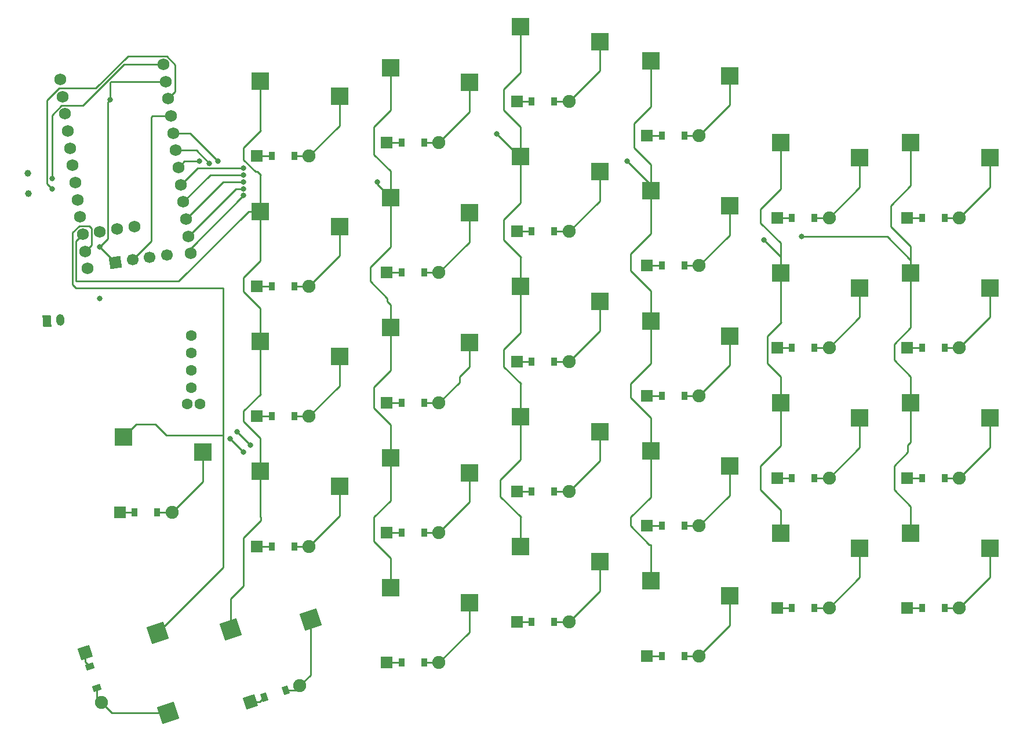
<source format=gbr>
%TF.GenerationSoftware,KiCad,Pcbnew,8.0.8*%
%TF.CreationDate,2025-02-23T20:19:19+00:00*%
%TF.ProjectId,right_final,72696768-745f-4666-996e-616c2e6b6963,v1.0.0*%
%TF.SameCoordinates,Original*%
%TF.FileFunction,Copper,L2,Bot*%
%TF.FilePolarity,Positive*%
%FSLAX46Y46*%
G04 Gerber Fmt 4.6, Leading zero omitted, Abs format (unit mm)*
G04 Created by KiCad (PCBNEW 8.0.8) date 2025-02-23 20:19:19*
%MOMM*%
%LPD*%
G01*
G04 APERTURE LIST*
G04 Aperture macros list*
%AMHorizOval*
0 Thick line with rounded ends*
0 $1 width*
0 $2 $3 position (X,Y) of the first rounded end (center of the circle)*
0 $4 $5 position (X,Y) of the second rounded end (center of the circle)*
0 Add line between two ends*
20,1,$1,$2,$3,$4,$5,0*
0 Add two circle primitives to create the rounded ends*
1,1,$1,$2,$3*
1,1,$1,$4,$5*%
%AMRotRect*
0 Rectangle, with rotation*
0 The origin of the aperture is its center*
0 $1 length*
0 $2 width*
0 $3 Rotation angle, in degrees counterclockwise*
0 Add horizontal line*
21,1,$1,$2,0,0,$3*%
G04 Aperture macros list end*
%TA.AperFunction,ComponentPad*%
%ADD10C,1.752600*%
%TD*%
%TA.AperFunction,ComponentPad*%
%ADD11HorizOval,1.700000X0.000000X0.000000X0.000000X0.000000X0*%
%TD*%
%TA.AperFunction,ComponentPad*%
%ADD12RotRect,1.700000X1.700000X188.300000*%
%TD*%
%TA.AperFunction,ComponentPad*%
%ADD13C,1.600000*%
%TD*%
%TA.AperFunction,SMDPad,CuDef*%
%ADD14R,0.900000X1.200000*%
%TD*%
%TA.AperFunction,ComponentPad*%
%ADD15R,1.778000X1.778000*%
%TD*%
%TA.AperFunction,ComponentPad*%
%ADD16C,1.905000*%
%TD*%
%TA.AperFunction,SMDPad,CuDef*%
%ADD17RotRect,0.900000X1.200000X288.000000*%
%TD*%
%TA.AperFunction,ComponentPad*%
%ADD18RotRect,1.778000X1.778000X288.000000*%
%TD*%
%TA.AperFunction,SMDPad,CuDef*%
%ADD19RotRect,0.900000X1.200000X18.000000*%
%TD*%
%TA.AperFunction,ComponentPad*%
%ADD20RotRect,1.778000X1.778000X18.000000*%
%TD*%
%TA.AperFunction,SMDPad,CuDef*%
%ADD21R,2.600000X2.600000*%
%TD*%
%TA.AperFunction,SMDPad,CuDef*%
%ADD22RotRect,2.600000X2.600000X18.000000*%
%TD*%
%TA.AperFunction,SMDPad,CuDef*%
%ADD23RotRect,2.600000X2.600000X288.000000*%
%TD*%
%TA.AperFunction,WasherPad*%
%ADD24C,1.000000*%
%TD*%
%TA.AperFunction,ComponentPad*%
%ADD25RotRect,1.200000X1.700000X4.000000*%
%TD*%
%TA.AperFunction,ComponentPad*%
%ADD26HorizOval,1.200000X-0.017439X0.249391X0.017439X-0.249391X0*%
%TD*%
%TA.AperFunction,ViaPad*%
%ADD27C,0.800000*%
%TD*%
%TA.AperFunction,Conductor*%
%ADD28C,0.250000*%
%TD*%
G04 APERTURE END LIST*
D10*
%TO.P,MCU1,1*%
%TO.N,P006*%
X142175468Y-104567865D03*
%TO.P,MCU1,2*%
%TO.N,P008*%
X142542133Y-107081260D03*
%TO.P,MCU1,3*%
%TO.N,GND*%
X142908798Y-109594656D03*
%TO.P,MCU1,4*%
X143275463Y-112108051D03*
%TO.P,MCU1,5*%
%TO.N,P017*%
X143642127Y-114621447D03*
%TO.P,MCU1,6*%
%TO.N,P020*%
X144008792Y-117134842D03*
%TO.P,MCU1,7*%
%TO.N,P022*%
X144375457Y-119648238D03*
%TO.P,MCU1,8*%
%TO.N,P024*%
X144742122Y-122161634D03*
%TO.P,MCU1,9*%
%TO.N,P100*%
X145108786Y-124675029D03*
%TO.P,MCU1,10*%
%TO.N,P011*%
X145475451Y-127188425D03*
%TO.P,MCU1,11*%
%TO.N,P104*%
X145842116Y-129701820D03*
%TO.P,MCU1,12*%
%TO.N,P106*%
X146208781Y-132215217D03*
%TO.P,MCU1,13*%
%TO.N,P009*%
X161289154Y-130015227D03*
%TO.P,MCU1,14*%
%TO.N,P010*%
X160922489Y-127501832D03*
%TO.P,MCU1,15*%
%TO.N,P111*%
X160555824Y-124988436D03*
%TO.P,MCU1,16*%
%TO.N,P113*%
X160189159Y-122475041D03*
%TO.P,MCU1,17*%
%TO.N,P115*%
X159822495Y-119961645D03*
%TO.P,MCU1,18*%
%TO.N,P002*%
X159455830Y-117448250D03*
%TO.P,MCU1,19*%
%TO.N,P029*%
X159089165Y-114934854D03*
%TO.P,MCU1,20*%
%TO.N,P031*%
X158722500Y-112421458D03*
%TO.P,MCU1,21*%
%TO.N,VCC*%
X158355836Y-109908063D03*
%TO.P,MCU1,22*%
%TO.N,RST*%
X157989171Y-107394667D03*
%TO.P,MCU1,23*%
%TO.N,GND*%
X157622506Y-104881272D03*
%TO.P,MCU1,24*%
%TO.N,RAW*%
X157255841Y-102367875D03*
%TO.P,MCU1,31*%
%TO.N,P101*%
X147988847Y-126821760D03*
%TO.P,MCU1,32*%
%TO.N,P102*%
X150502242Y-126455095D03*
%TO.P,MCU1,33*%
%TO.N,P107*%
X153015638Y-126088430D03*
%TD*%
D11*
%TO.P,OLED1,4*%
%TO.N,P024*%
X157806115Y-130189484D03*
%TO.P,OLED1,3*%
%TO.N,P100*%
X155292719Y-130556149D03*
%TO.P,OLED1,2*%
%TO.N,VCC*%
X152779324Y-130922813D03*
D12*
%TO.P,OLED1,1*%
%TO.N,GND*%
X150265928Y-131289478D03*
%TD*%
D13*
%TO.P,ENC1,S1*%
%TO.N,P002*%
X162582311Y-151991546D03*
%TO.P,ENC1,S2*%
%TO.N,S2*%
X160732311Y-151991546D03*
%TO.P,ENC1,A*%
%TO.N,P031*%
X161357311Y-149601546D03*
%TO.P,ENC1,B*%
%TO.N,P029*%
X161357311Y-147061546D03*
%TO.P,ENC1,C*%
%TO.N,GND*%
X161357311Y-144521546D03*
%TO.P,ENC1,D*%
%TO.N,D*%
X161357311Y-141981546D03*
%TD*%
D14*
%TO.P,D27,2*%
%TO.N,mirror_inner_num*%
X176382311Y-115791546D03*
%TO.P,D27,1*%
%TO.N,P006*%
X173082311Y-115791546D03*
D15*
X170922311Y-115791546D03*
D16*
%TO.P,D27,2*%
%TO.N,mirror_inner_num*%
X178542311Y-115791546D03*
%TD*%
D14*
%TO.P,D26,2*%
%TO.N,mirror_inner_top*%
X176382311Y-134791546D03*
%TO.P,D26,1*%
%TO.N,P008*%
X173082311Y-134791546D03*
D15*
X170922311Y-134791546D03*
D16*
%TO.P,D26,2*%
%TO.N,mirror_inner_top*%
X178542311Y-134791546D03*
%TD*%
D14*
%TO.P,D25,2*%
%TO.N,mirror_inner_home*%
X176382311Y-153791546D03*
%TO.P,D25,1*%
%TO.N,P017*%
X173082311Y-153791546D03*
D15*
X170922311Y-153791546D03*
D16*
%TO.P,D25,2*%
%TO.N,mirror_inner_home*%
X178542311Y-153791546D03*
%TD*%
D14*
%TO.P,D24,2*%
%TO.N,mirror_inner_bottom*%
X176382311Y-172791546D03*
%TO.P,D24,1*%
%TO.N,P020*%
X173082311Y-172791546D03*
D15*
X170922311Y-172791546D03*
D16*
%TO.P,D24,2*%
%TO.N,mirror_inner_bottom*%
X178542311Y-172791546D03*
%TD*%
D14*
%TO.P,D28,2*%
%TO.N,mirror_inner_mod_home*%
X156382311Y-167791546D03*
%TO.P,D28,1*%
%TO.N,P017*%
X153082311Y-167791546D03*
D15*
X150922311Y-167791546D03*
D16*
%TO.P,D28,2*%
%TO.N,mirror_inner_mod_home*%
X158542311Y-167791546D03*
%TD*%
D17*
%TO.P,D30,2*%
%TO.N,mirror_far_cluster*%
X147557560Y-193498828D03*
%TO.P,D30,1*%
%TO.N,P022*%
X146537804Y-190360342D03*
D18*
X145870327Y-188306060D03*
D16*
%TO.P,D30,2*%
%TO.N,mirror_far_cluster*%
X148225037Y-195553110D03*
%TD*%
D19*
%TO.P,D29,2*%
%TO.N,mirror_home_cluster*%
X175162488Y-193834884D03*
%TO.P,D29,1*%
%TO.N,P022*%
X172024002Y-194854640D03*
D20*
X169969720Y-195522117D03*
D16*
%TO.P,D29,2*%
%TO.N,mirror_home_cluster*%
X177216770Y-193167407D03*
%TD*%
D14*
%TO.P,D19,2*%
%TO.N,mirror_index_mod*%
X195382311Y-189791546D03*
%TO.P,D19,1*%
%TO.N,P022*%
X192082311Y-189791546D03*
D15*
X189922311Y-189791546D03*
D16*
%TO.P,D19,2*%
%TO.N,mirror_index_mod*%
X197542311Y-189791546D03*
%TD*%
D14*
%TO.P,D20,2*%
%TO.N,mirror_index_bottom*%
X195382311Y-170791546D03*
%TO.P,D20,1*%
%TO.N,P020*%
X192082311Y-170791546D03*
D15*
X189922311Y-170791546D03*
D16*
%TO.P,D20,2*%
%TO.N,mirror_index_bottom*%
X197542311Y-170791546D03*
%TD*%
D14*
%TO.P,D22,2*%
%TO.N,mirror_index_top*%
X195382311Y-132791546D03*
%TO.P,D22,1*%
%TO.N,P008*%
X192082311Y-132791546D03*
D15*
X189922311Y-132791546D03*
D16*
%TO.P,D22,2*%
%TO.N,mirror_index_top*%
X197542311Y-132791546D03*
%TD*%
D14*
%TO.P,D23,2*%
%TO.N,mirror_index_num*%
X195382311Y-113791546D03*
%TO.P,D23,1*%
%TO.N,P006*%
X192082311Y-113791546D03*
D15*
X189922311Y-113791546D03*
D16*
%TO.P,D23,2*%
%TO.N,mirror_index_num*%
X197542311Y-113791546D03*
%TD*%
D14*
%TO.P,D18,2*%
%TO.N,mirror_middle_num*%
X214382311Y-107791546D03*
%TO.P,D18,1*%
%TO.N,P006*%
X211082311Y-107791546D03*
D15*
X208922311Y-107791546D03*
D16*
%TO.P,D18,2*%
%TO.N,mirror_middle_num*%
X216542311Y-107791546D03*
%TD*%
D14*
%TO.P,D17,2*%
%TO.N,mirror_middle_top*%
X214382311Y-126791546D03*
%TO.P,D17,1*%
%TO.N,P008*%
X211082311Y-126791546D03*
D15*
X208922311Y-126791546D03*
D16*
%TO.P,D17,2*%
%TO.N,mirror_middle_top*%
X216542311Y-126791546D03*
%TD*%
D14*
%TO.P,D16,2*%
%TO.N,mirror_middle_home*%
X214382311Y-145791546D03*
%TO.P,D16,1*%
%TO.N,P017*%
X211082311Y-145791546D03*
D15*
X208922311Y-145791546D03*
D16*
%TO.P,D16,2*%
%TO.N,mirror_middle_home*%
X216542311Y-145791546D03*
%TD*%
D14*
%TO.P,D15,2*%
%TO.N,mirror_middle_bottom*%
X214382311Y-164791546D03*
%TO.P,D15,1*%
%TO.N,P020*%
X211082311Y-164791546D03*
D15*
X208922311Y-164791546D03*
D16*
%TO.P,D15,2*%
%TO.N,mirror_middle_bottom*%
X216542311Y-164791546D03*
%TD*%
D14*
%TO.P,D14,2*%
%TO.N,mirror_middle_mod*%
X214382311Y-183791546D03*
%TO.P,D14,1*%
%TO.N,P022*%
X211082311Y-183791546D03*
D15*
X208922311Y-183791546D03*
D16*
%TO.P,D14,2*%
%TO.N,mirror_middle_mod*%
X216542311Y-183791546D03*
%TD*%
D14*
%TO.P,D9,2*%
%TO.N,mirror_ring_mod*%
X233382311Y-188791546D03*
%TO.P,D9,1*%
%TO.N,P022*%
X230082311Y-188791546D03*
D15*
X227922311Y-188791546D03*
D16*
%TO.P,D9,2*%
%TO.N,mirror_ring_mod*%
X235542311Y-188791546D03*
%TD*%
D14*
%TO.P,D10,2*%
%TO.N,mirror_ring_bottom*%
X233382311Y-169791546D03*
%TO.P,D10,1*%
%TO.N,P020*%
X230082311Y-169791546D03*
D15*
X227922311Y-169791546D03*
D16*
%TO.P,D10,2*%
%TO.N,mirror_ring_bottom*%
X235542311Y-169791546D03*
%TD*%
D14*
%TO.P,D11,2*%
%TO.N,mirror_ring_home*%
X233382311Y-150791546D03*
%TO.P,D11,1*%
%TO.N,P017*%
X230082311Y-150791546D03*
D15*
X227922311Y-150791546D03*
D16*
%TO.P,D11,2*%
%TO.N,mirror_ring_home*%
X235542311Y-150791546D03*
%TD*%
D14*
%TO.P,D12,2*%
%TO.N,mirror_ring_top*%
X233382311Y-131791546D03*
%TO.P,D12,1*%
%TO.N,P008*%
X230082311Y-131791546D03*
D15*
X227922311Y-131791546D03*
D16*
%TO.P,D12,2*%
%TO.N,mirror_ring_top*%
X235542311Y-131791546D03*
%TD*%
D14*
%TO.P,D13,2*%
%TO.N,mirror_ring_num*%
X233382311Y-112791546D03*
%TO.P,D13,1*%
%TO.N,P006*%
X230082311Y-112791546D03*
D15*
X227922311Y-112791546D03*
D16*
%TO.P,D13,2*%
%TO.N,mirror_ring_num*%
X235542311Y-112791546D03*
%TD*%
D14*
%TO.P,D8,2*%
%TO.N,mirror_pinky_num*%
X252382311Y-124791546D03*
%TO.P,D8,1*%
%TO.N,P006*%
X249082311Y-124791546D03*
D15*
X246922311Y-124791546D03*
D16*
%TO.P,D8,2*%
%TO.N,mirror_pinky_num*%
X254542311Y-124791546D03*
%TD*%
D14*
%TO.P,D7,2*%
%TO.N,mirror_pinky_top*%
X252382311Y-143791546D03*
%TO.P,D7,1*%
%TO.N,P008*%
X249082311Y-143791546D03*
D15*
X246922311Y-143791546D03*
D16*
%TO.P,D7,2*%
%TO.N,mirror_pinky_top*%
X254542311Y-143791546D03*
%TD*%
D14*
%TO.P,D6,2*%
%TO.N,mirror_pinky_home*%
X252382311Y-162791546D03*
%TO.P,D6,1*%
%TO.N,P017*%
X249082311Y-162791546D03*
D15*
X246922311Y-162791546D03*
D16*
%TO.P,D6,2*%
%TO.N,mirror_pinky_home*%
X254542311Y-162791546D03*
%TD*%
D14*
%TO.P,D5,2*%
%TO.N,mirror_pinky_bottom*%
X252382311Y-181791546D03*
%TO.P,D5,1*%
%TO.N,P020*%
X249082311Y-181791546D03*
D15*
X246922311Y-181791546D03*
D16*
%TO.P,D5,2*%
%TO.N,mirror_pinky_bottom*%
X254542311Y-181791546D03*
%TD*%
D14*
%TO.P,D1,2*%
%TO.N,mirror_outer_bottom*%
X271382311Y-181791546D03*
%TO.P,D1,1*%
%TO.N,P020*%
X268082311Y-181791546D03*
D15*
X265922311Y-181791546D03*
D16*
%TO.P,D1,2*%
%TO.N,mirror_outer_bottom*%
X273542311Y-181791546D03*
%TD*%
D14*
%TO.P,D2,2*%
%TO.N,mirror_outer_home*%
X271382311Y-162791546D03*
%TO.P,D2,1*%
%TO.N,P017*%
X268082311Y-162791546D03*
D15*
X265922311Y-162791546D03*
D16*
%TO.P,D2,2*%
%TO.N,mirror_outer_home*%
X273542311Y-162791546D03*
%TD*%
D14*
%TO.P,D3,2*%
%TO.N,mirror_outer_top*%
X271382311Y-143791546D03*
%TO.P,D3,1*%
%TO.N,P008*%
X268082311Y-143791546D03*
D15*
X265922311Y-143791546D03*
D16*
%TO.P,D3,2*%
%TO.N,mirror_outer_top*%
X273542311Y-143791546D03*
%TD*%
D14*
%TO.P,D4,2*%
%TO.N,mirror_outer_num*%
X271382311Y-124791546D03*
%TO.P,D4,1*%
%TO.N,P006*%
X268082311Y-124791546D03*
D15*
X265922311Y-124791546D03*
D16*
%TO.P,D4,2*%
%TO.N,mirror_outer_num*%
X273542311Y-124791546D03*
%TD*%
D14*
%TO.P,D21,2*%
%TO.N,mirror_index_home*%
X195382311Y-151791546D03*
%TO.P,D21,1*%
%TO.N,P017*%
X192082311Y-151791546D03*
D15*
X189922311Y-151791546D03*
D16*
%TO.P,D21,2*%
%TO.N,mirror_index_home*%
X197542311Y-151791546D03*
%TD*%
D21*
%TO.P,S1,1*%
%TO.N,P115*%
X266457311Y-170841546D03*
%TO.P,S1,2*%
%TO.N,mirror_outer_bottom*%
X278007311Y-173041546D03*
%TD*%
%TO.P,S2,1*%
%TO.N,P115*%
X266457311Y-151841546D03*
%TO.P,S2,2*%
%TO.N,mirror_outer_home*%
X278007311Y-154041546D03*
%TD*%
%TO.P,S3,1*%
%TO.N,P115*%
X266457311Y-132841546D03*
%TO.P,S3,2*%
%TO.N,mirror_outer_top*%
X278007311Y-135041546D03*
%TD*%
%TO.P,S4,1*%
%TO.N,P115*%
X266457311Y-113841546D03*
%TO.P,S4,2*%
%TO.N,mirror_outer_num*%
X278007311Y-116041546D03*
%TD*%
%TO.P,S5,1*%
%TO.N,P113*%
X247457311Y-170841546D03*
%TO.P,S5,2*%
%TO.N,mirror_pinky_bottom*%
X259007311Y-173041546D03*
%TD*%
%TO.P,S6,1*%
%TO.N,P113*%
X247457311Y-151841546D03*
%TO.P,S6,2*%
%TO.N,mirror_pinky_home*%
X259007311Y-154041546D03*
%TD*%
%TO.P,S7,1*%
%TO.N,P113*%
X247457311Y-132841546D03*
%TO.P,S7,2*%
%TO.N,mirror_pinky_top*%
X259007311Y-135041546D03*
%TD*%
%TO.P,S8,1*%
%TO.N,P113*%
X247457311Y-113841546D03*
%TO.P,S8,2*%
%TO.N,mirror_pinky_num*%
X259007311Y-116041546D03*
%TD*%
%TO.P,S9,1*%
%TO.N,P111*%
X228457311Y-177841546D03*
%TO.P,S9,2*%
%TO.N,mirror_ring_mod*%
X240007311Y-180041546D03*
%TD*%
%TO.P,S10,1*%
%TO.N,P111*%
X228457311Y-158841546D03*
%TO.P,S10,2*%
%TO.N,mirror_ring_bottom*%
X240007311Y-161041546D03*
%TD*%
%TO.P,S11,1*%
%TO.N,P111*%
X228457311Y-139841546D03*
%TO.P,S11,2*%
%TO.N,mirror_ring_home*%
X240007311Y-142041546D03*
%TD*%
%TO.P,S12,1*%
%TO.N,P111*%
X228457311Y-120841546D03*
%TO.P,S12,2*%
%TO.N,mirror_ring_top*%
X240007311Y-123041546D03*
%TD*%
%TO.P,S13,1*%
%TO.N,P111*%
X228457311Y-101841546D03*
%TO.P,S13,2*%
%TO.N,mirror_ring_num*%
X240007311Y-104041546D03*
%TD*%
%TO.P,S14,1*%
%TO.N,P010*%
X209457311Y-172841546D03*
%TO.P,S14,2*%
%TO.N,mirror_middle_mod*%
X221007311Y-175041546D03*
%TD*%
%TO.P,S15,1*%
%TO.N,P010*%
X209457311Y-153841546D03*
%TO.P,S15,2*%
%TO.N,mirror_middle_bottom*%
X221007311Y-156041546D03*
%TD*%
%TO.P,S16,1*%
%TO.N,P010*%
X209457311Y-134841546D03*
%TO.P,S16,2*%
%TO.N,mirror_middle_home*%
X221007311Y-137041546D03*
%TD*%
%TO.P,S17,1*%
%TO.N,P010*%
X209457311Y-115841546D03*
%TO.P,S17,2*%
%TO.N,mirror_middle_top*%
X221007311Y-118041546D03*
%TD*%
%TO.P,S18,1*%
%TO.N,P010*%
X209457311Y-96841546D03*
%TO.P,S18,2*%
%TO.N,mirror_middle_num*%
X221007311Y-99041546D03*
%TD*%
%TO.P,S19,1*%
%TO.N,P009*%
X190457311Y-178841546D03*
%TO.P,S19,2*%
%TO.N,mirror_index_mod*%
X202007311Y-181041546D03*
%TD*%
%TO.P,S20,1*%
%TO.N,P009*%
X190457311Y-159841546D03*
%TO.P,S20,2*%
%TO.N,mirror_index_bottom*%
X202007311Y-162041546D03*
%TD*%
%TO.P,S21,1*%
%TO.N,P009*%
X190457311Y-140841546D03*
%TO.P,S21,2*%
%TO.N,mirror_index_home*%
X202007311Y-143041546D03*
%TD*%
%TO.P,S22,1*%
%TO.N,P009*%
X190457311Y-121841546D03*
%TO.P,S22,2*%
%TO.N,mirror_index_top*%
X202007311Y-124041546D03*
%TD*%
%TO.P,S23,1*%
%TO.N,P009*%
X190457311Y-102841546D03*
%TO.P,S23,2*%
%TO.N,mirror_index_num*%
X202007311Y-105041546D03*
%TD*%
%TO.P,S24,1*%
%TO.N,P011*%
X171457311Y-161841546D03*
%TO.P,S24,2*%
%TO.N,mirror_inner_bottom*%
X183007311Y-164041546D03*
%TD*%
%TO.P,S25,1*%
%TO.N,P011*%
X171457311Y-142841546D03*
%TO.P,S25,2*%
%TO.N,mirror_inner_home*%
X183007311Y-145041546D03*
%TD*%
%TO.P,S26,1*%
%TO.N,P011*%
X171457311Y-123841546D03*
%TO.P,S26,2*%
%TO.N,mirror_inner_top*%
X183007311Y-126041546D03*
%TD*%
%TO.P,S27,1*%
%TO.N,P011*%
X171457311Y-104841546D03*
%TO.P,S27,2*%
%TO.N,mirror_inner_num*%
X183007311Y-107041546D03*
%TD*%
%TO.P,S28,1*%
%TO.N,P104*%
X151457311Y-156841546D03*
%TO.P,S28,2*%
%TO.N,mirror_inner_mod_home*%
X163007311Y-159041546D03*
%TD*%
D22*
%TO.P,S29,1*%
%TO.N,P011*%
X167094799Y-184942723D03*
%TO.P,S29,2*%
%TO.N,mirror_home_cluster*%
X178759339Y-183465901D03*
%TD*%
D23*
%TO.P,S30,1*%
%TO.N,P104*%
X156449721Y-185431138D03*
%TO.P,S30,2*%
%TO.N,mirror_far_cluster*%
X157926543Y-197095678D03*
%TD*%
D24*
%TO.P,T1,*%
%TO.N,*%
X137466882Y-118292974D03*
X137597740Y-121290118D03*
%TD*%
D25*
%TO.P,JST1,1*%
%TO.N,pos*%
X140234747Y-139861302D03*
D26*
%TO.P,JST1,2*%
%TO.N,GND*%
X142229875Y-139721790D03*
%TD*%
D27*
%TO.N,RST*%
X141007311Y-120541546D03*
%TO.N,RAW*%
X141007311Y-119041546D03*
%TO.N,P002*%
X162507311Y-116541546D03*
%TO.N,P029*%
X164007311Y-116816546D03*
%TO.N,P031*%
X165282311Y-116541546D03*
%TO.N,GND*%
X148007311Y-136541546D03*
X148007311Y-129041546D03*
X149507311Y-107541546D03*
%TO.N,P022*%
X167007311Y-157041546D03*
X169007311Y-159041546D03*
%TO.N,P020*%
X170007311Y-158041546D03*
X168007311Y-156041546D03*
%TO.N,P115*%
X169007311Y-117541546D03*
%TO.N,P113*%
X169007311Y-118541546D03*
%TO.N,P111*%
X169007311Y-119541546D03*
%TO.N,P010*%
X169007311Y-120541546D03*
%TO.N,P009*%
X169007311Y-121541546D03*
X188507311Y-119541546D03*
%TO.N,P010*%
X206007311Y-112541546D03*
%TO.N,P111*%
X225007311Y-116541546D03*
%TO.N,P113*%
X245007311Y-128041546D03*
%TO.N,P115*%
X250507311Y-127541546D03*
%TD*%
D28*
%TO.N,RST*%
X159007311Y-106376527D02*
X157989171Y-107394667D01*
X159007311Y-102420451D02*
X159007311Y-106376527D01*
X157753436Y-101166576D02*
X159007311Y-102420451D01*
X142044538Y-105879960D02*
X147396105Y-105879960D01*
X140282311Y-107642187D02*
X142044538Y-105879960D01*
X140282311Y-119816546D02*
X140282311Y-107642187D01*
X141007311Y-120541546D02*
X140282311Y-119816546D01*
X147396105Y-105879960D02*
X152109489Y-101166576D01*
X152109489Y-101166576D02*
X157753436Y-101166576D01*
%TO.N,RAW*%
X151544585Y-102367876D02*
X157255841Y-102367876D01*
X145519105Y-108393356D02*
X151544585Y-102367876D01*
X141007311Y-109797248D02*
X142411203Y-108393356D01*
X141007311Y-119041546D02*
X141007311Y-109797248D01*
X142411203Y-108393356D02*
X145519105Y-108393356D01*
%TO.N,P002*%
X160362534Y-116541546D02*
X159455830Y-117448250D01*
X162507311Y-116541546D02*
X160362534Y-116541546D01*
%TO.N,P029*%
X162125619Y-114934854D02*
X159089165Y-114934854D01*
X164007311Y-116816546D02*
X162125619Y-114934854D01*
%TO.N,P031*%
X161162223Y-112421458D02*
X158722500Y-112421458D01*
X165282311Y-116541546D02*
X161162223Y-112421458D01*
%TO.N,GND*%
X150255243Y-131289478D02*
X148007311Y-129041546D01*
X150265928Y-131289478D02*
X150255243Y-131289478D01*
%TO.N,VCC*%
X155507311Y-110041546D02*
X155640794Y-109908063D01*
X155507311Y-128194826D02*
X155507311Y-110041546D01*
X155640794Y-109908063D02*
X158355836Y-109908063D01*
X152779324Y-130922813D02*
X155507311Y-128194826D01*
%TO.N,GND*%
X149190147Y-127858710D02*
X148007311Y-129041546D01*
X149190147Y-107858710D02*
X149190147Y-127858710D01*
X149507311Y-107541546D02*
X149190147Y-107858710D01*
%TO.N,P104*%
X146787547Y-128756389D02*
X145842116Y-129701820D01*
X146787547Y-126321782D02*
X146787547Y-128756389D01*
X146452890Y-125987125D02*
X146787547Y-126321782D01*
X144007311Y-126957670D02*
X144977856Y-125987125D01*
X144007311Y-134541546D02*
X144007311Y-126957670D01*
X144507311Y-135041546D02*
X144007311Y-134541546D01*
X166007311Y-135041546D02*
X144507311Y-135041546D01*
X144977856Y-125987125D02*
X146452890Y-125987125D01*
X166007311Y-156541546D02*
X166007311Y-135041546D01*
%TO.N,GND*%
X149667585Y-104881272D02*
X157622506Y-104881272D01*
X149507311Y-105041546D02*
X149667585Y-104881272D01*
X149507311Y-107541546D02*
X149507311Y-105041546D01*
%TO.N,P022*%
X169007311Y-159041546D02*
X167007311Y-157041546D01*
%TO.N,P020*%
X170007311Y-158041546D02*
X168007311Y-156041546D01*
%TO.N,P011*%
X144507311Y-128156565D02*
X145475451Y-127188425D01*
X144507311Y-134041546D02*
X144507311Y-128156565D01*
X171457311Y-123841546D02*
X169707311Y-123841546D01*
X169707311Y-123841546D02*
X159507311Y-134041546D01*
X159507311Y-134041546D02*
X144507311Y-134041546D01*
%TO.N,P009*%
X169007311Y-121541546D02*
X161289154Y-129259703D01*
X161289154Y-129259703D02*
X161289154Y-130015227D01*
%TO.N,P010*%
X167882775Y-120541546D02*
X160922489Y-127501832D01*
X169007311Y-120541546D02*
X167882775Y-120541546D01*
%TO.N,P111*%
X166002714Y-119541546D02*
X160555824Y-124988436D01*
X169007311Y-119541546D02*
X166002714Y-119541546D01*
%TO.N,P113*%
X164122654Y-118541546D02*
X160189159Y-122475041D01*
X169007311Y-118541546D02*
X164122654Y-118541546D01*
%TO.N,P115*%
X162242594Y-117541546D02*
X159822495Y-119961645D01*
X169007311Y-117541546D02*
X162242594Y-117541546D01*
%TO.N,P009*%
X188507311Y-119891546D02*
X188507311Y-119541546D01*
X190457311Y-121841546D02*
X188507311Y-119891546D01*
%TO.N,P010*%
X209307311Y-115841546D02*
X206007311Y-112541546D01*
X209457311Y-115841546D02*
X209307311Y-115841546D01*
%TO.N,P111*%
X228457311Y-119991546D02*
X225007311Y-116541546D01*
X228457311Y-120841546D02*
X228457311Y-119991546D01*
%TO.N,P113*%
X247457311Y-130491546D02*
X245007311Y-128041546D01*
X247457311Y-132841546D02*
X247457311Y-130491546D01*
%TO.N,P115*%
X263007311Y-127541546D02*
X250507311Y-127541546D01*
X266457311Y-130991546D02*
X263007311Y-127541546D01*
X266457311Y-132841546D02*
X266457311Y-130991546D01*
%TO.N,mirror_inner_mod_home*%
X163007311Y-163326546D02*
X158542311Y-167791546D01*
X163007311Y-159041546D02*
X163007311Y-163326546D01*
%TO.N,P104*%
X153332311Y-154966546D02*
X151457311Y-156841546D01*
X156108961Y-154966546D02*
X153332311Y-154966546D01*
X157683961Y-156541546D02*
X156108961Y-154966546D01*
X166007311Y-156541546D02*
X157683961Y-156541546D01*
X166007311Y-175873548D02*
X166007311Y-156541546D01*
X156449721Y-185431138D02*
X166007311Y-175873548D01*
%TO.N,mirror_inner_num*%
X183007311Y-111326546D02*
X178542311Y-115791546D01*
X183007311Y-107041546D02*
X183007311Y-111326546D01*
%TO.N,P011*%
X171457311Y-111991546D02*
X171457311Y-104841546D01*
X171507311Y-112041546D02*
X171457311Y-111991546D01*
X169007311Y-114541546D02*
X171507311Y-112041546D01*
X169007311Y-116304546D02*
X169007311Y-114541546D01*
X170744311Y-118041546D02*
X169007311Y-116304546D01*
X171007311Y-118041546D02*
X170744311Y-118041546D01*
X171507311Y-118541546D02*
X171007311Y-118041546D01*
X171457311Y-118591546D02*
X171507311Y-118541546D01*
X171457311Y-123841546D02*
X171457311Y-118591546D01*
X169007311Y-135541546D02*
X169007311Y-133541546D01*
X169007311Y-133541546D02*
X171457311Y-131091546D01*
X171457311Y-137991546D02*
X169007311Y-135541546D01*
X171457311Y-142841546D02*
X171457311Y-137991546D01*
X171457311Y-131091546D02*
X171457311Y-123841546D01*
%TO.N,mirror_inner_top*%
X183007311Y-130326546D02*
X178542311Y-134791546D01*
X183007311Y-126041546D02*
X183007311Y-130326546D01*
%TO.N,P011*%
X171457311Y-150491546D02*
X171457311Y-142841546D01*
X171507311Y-150541546D02*
X171457311Y-150491546D01*
X169007311Y-154541546D02*
X169007311Y-153041546D01*
X169007311Y-153041546D02*
X171507311Y-150541546D01*
X171457311Y-156991546D02*
X169007311Y-154541546D01*
X171457311Y-161841546D02*
X171457311Y-156991546D01*
%TO.N,mirror_inner_home*%
X183007311Y-149326546D02*
X178542311Y-153791546D01*
X183007311Y-145041546D02*
X183007311Y-149326546D01*
%TO.N,mirror_inner_bottom*%
X183007311Y-168326546D02*
X178542311Y-172791546D01*
X183007311Y-164041546D02*
X183007311Y-168326546D01*
%TO.N,P011*%
X171457311Y-168491546D02*
X171457311Y-161841546D01*
X171507311Y-168541546D02*
X171457311Y-168491546D01*
X171507311Y-169041546D02*
X171507311Y-168541546D01*
X169007311Y-171541546D02*
X171507311Y-169041546D01*
X169007311Y-178541546D02*
X169007311Y-171541546D01*
X167094799Y-180454058D02*
X169007311Y-178541546D01*
X167094799Y-184942723D02*
X167094799Y-180454058D01*
%TO.N,mirror_far_cluster*%
X149767605Y-197095678D02*
X148225037Y-195553110D01*
X157926543Y-197095678D02*
X149767605Y-197095678D01*
%TO.N,mirror_home_cluster*%
X178759339Y-191624838D02*
X177216770Y-193167407D01*
X178759339Y-183465901D02*
X178759339Y-191624838D01*
%TO.N,mirror_index_mod*%
X202007311Y-185326546D02*
X197542311Y-189791546D01*
X202007311Y-181041546D02*
X202007311Y-185326546D01*
%TO.N,P009*%
X190457311Y-166091546D02*
X190457311Y-159841546D01*
X188007311Y-168541546D02*
X190457311Y-166091546D01*
X190457311Y-174491546D02*
X188007311Y-172041546D01*
X188007311Y-172041546D02*
X188007311Y-168541546D01*
X190457311Y-178841546D02*
X190457311Y-174491546D01*
%TO.N,mirror_index_bottom*%
X202007311Y-166326546D02*
X197542311Y-170791546D01*
X202007311Y-162041546D02*
X202007311Y-166326546D01*
%TO.N,P009*%
X190457311Y-146491546D02*
X190457311Y-140841546D01*
X190507311Y-147041546D02*
X190507311Y-146541546D01*
X190507311Y-146541546D02*
X190457311Y-146491546D01*
X188007311Y-149541546D02*
X190507311Y-147041546D01*
X190507311Y-155041546D02*
X188007311Y-152541546D01*
X188007311Y-152541546D02*
X188007311Y-149541546D01*
X190457311Y-155091546D02*
X190507311Y-155041546D01*
X190457311Y-159841546D02*
X190457311Y-155091546D01*
%TO.N,mirror_index_home*%
X200507311Y-148826546D02*
X197542311Y-151791546D01*
X200507311Y-148041546D02*
X200507311Y-148826546D01*
X202007311Y-146541546D02*
X200507311Y-148041546D01*
X202007311Y-143041546D02*
X202007311Y-146541546D01*
%TO.N,P009*%
X190457311Y-137491546D02*
X190457311Y-140841546D01*
X190007311Y-137041546D02*
X190457311Y-137491546D01*
X190007311Y-136541546D02*
X190007311Y-137041546D01*
X187507311Y-132041546D02*
X187507311Y-134041546D01*
X187507311Y-134041546D02*
X190007311Y-136541546D01*
X190507311Y-129041546D02*
X187507311Y-132041546D01*
X190507311Y-127350230D02*
X190507311Y-129041546D01*
X190457311Y-127300230D02*
X190507311Y-127350230D01*
X190457311Y-121841546D02*
X190457311Y-127300230D01*
%TO.N,mirror_index_top*%
X202007311Y-128326546D02*
X197542311Y-132791546D01*
X202007311Y-124041546D02*
X202007311Y-128326546D01*
%TO.N,P009*%
X188007311Y-115541546D02*
X190457311Y-117991546D01*
X188007311Y-111541546D02*
X188007311Y-115541546D01*
X190457311Y-117991546D02*
X190457311Y-121841546D01*
X190457311Y-109091546D02*
X188007311Y-111541546D01*
X190457311Y-102841546D02*
X190457311Y-109091546D01*
%TO.N,mirror_index_num*%
X202007311Y-109326546D02*
X197542311Y-113791546D01*
X202007311Y-105041546D02*
X202007311Y-109326546D01*
%TO.N,P010*%
X207007311Y-109041546D02*
X207007311Y-106041546D01*
X209457311Y-111491546D02*
X207007311Y-109041546D01*
X209457311Y-103591546D02*
X209457311Y-96841546D01*
X209457311Y-115841546D02*
X209457311Y-111491546D01*
X207007311Y-106041546D02*
X209457311Y-103591546D01*
%TO.N,mirror_middle_num*%
X221007311Y-103326546D02*
X216542311Y-107791546D01*
X221007311Y-99041546D02*
X221007311Y-103326546D01*
%TO.N,P010*%
X207007311Y-125041546D02*
X209457311Y-122591546D01*
X207007311Y-128041546D02*
X207007311Y-125041546D01*
X209457311Y-130591546D02*
X209507311Y-130541546D01*
X209457311Y-134841546D02*
X209457311Y-130591546D01*
X209507311Y-130541546D02*
X207007311Y-128041546D01*
X209457311Y-122591546D02*
X209457311Y-115841546D01*
%TO.N,mirror_middle_top*%
X221007311Y-118041546D02*
X221007311Y-122326546D01*
X221007311Y-122326546D02*
X216542311Y-126791546D01*
%TO.N,P010*%
X207007311Y-144041546D02*
X209457311Y-141591546D01*
X207007311Y-146541546D02*
X207007311Y-144041546D01*
X209507311Y-149041546D02*
X207007311Y-146541546D01*
X209457311Y-149091546D02*
X209507311Y-149041546D01*
X209457311Y-141591546D02*
X209457311Y-134841546D01*
X209457311Y-153841546D02*
X209457311Y-149091546D01*
%TO.N,mirror_middle_home*%
X221007311Y-141326546D02*
X216542311Y-145791546D01*
X221007311Y-137041546D02*
X221007311Y-141326546D01*
%TO.N,mirror_middle_bottom*%
X221007311Y-156041546D02*
X221007311Y-160326546D01*
X221007311Y-160326546D02*
X216542311Y-164791546D01*
%TO.N,P010*%
X209457311Y-160091546D02*
X209457311Y-153841546D01*
X206507311Y-163041546D02*
X209457311Y-160091546D01*
X206507311Y-165541546D02*
X206507311Y-163041546D01*
X209507311Y-168541546D02*
X206507311Y-165541546D01*
X209457311Y-168591546D02*
X209507311Y-168541546D01*
X209457311Y-172841546D02*
X209457311Y-168591546D01*
%TO.N,mirror_middle_mod*%
X221007311Y-179326546D02*
X216542311Y-183791546D01*
X221007311Y-175041546D02*
X221007311Y-179326546D01*
%TO.N,mirror_ring_mod*%
X240007311Y-184326546D02*
X235542311Y-188791546D01*
X240007311Y-180041546D02*
X240007311Y-184326546D01*
%TO.N,P111*%
X228457311Y-165591546D02*
X228457311Y-158841546D01*
X225507311Y-168541546D02*
X228457311Y-165591546D01*
X228244311Y-172541546D02*
X225507311Y-169804546D01*
X225507311Y-169804546D02*
X225507311Y-168541546D01*
X228507311Y-172541546D02*
X228244311Y-172541546D01*
X228457311Y-177841546D02*
X228457311Y-172591546D01*
X228457311Y-172591546D02*
X228507311Y-172541546D01*
%TO.N,mirror_ring_bottom*%
X240007311Y-161041546D02*
X240007311Y-165326546D01*
X240007311Y-165326546D02*
X235542311Y-169791546D01*
%TO.N,P111*%
X228507311Y-146041546D02*
X228457311Y-145991546D01*
X228457311Y-145991546D02*
X228457311Y-139841546D01*
X225507311Y-149041546D02*
X228507311Y-146041546D01*
X228507311Y-154041546D02*
X225507311Y-151041546D01*
X228457311Y-154091546D02*
X228507311Y-154041546D01*
X225507311Y-151041546D02*
X225507311Y-149041546D01*
X228457311Y-158841546D02*
X228457311Y-154091546D01*
%TO.N,mirror_ring_home*%
X240007311Y-146326546D02*
X235542311Y-150791546D01*
X240007311Y-142041546D02*
X240007311Y-146326546D01*
%TO.N,P111*%
X228457311Y-127091546D02*
X228457311Y-120841546D01*
X225507311Y-130041546D02*
X228457311Y-127091546D01*
X225507311Y-132541546D02*
X225507311Y-130041546D01*
X228457311Y-135491546D02*
X225507311Y-132541546D01*
X228457311Y-139841546D02*
X228457311Y-135491546D01*
%TO.N,mirror_ring_top*%
X240007311Y-123041546D02*
X240007311Y-127326546D01*
X240007311Y-127326546D02*
X235542311Y-131791546D01*
%TO.N,P111*%
X228457311Y-117091546D02*
X228457311Y-120841546D01*
X226007311Y-114541546D02*
X228507311Y-117041546D01*
X228457311Y-108591546D02*
X226007311Y-111041546D01*
X228507311Y-117041546D02*
X228457311Y-117091546D01*
X226007311Y-111041546D02*
X226007311Y-114541546D01*
X228457311Y-101841546D02*
X228457311Y-108591546D01*
%TO.N,mirror_ring_num*%
X240007311Y-108326546D02*
X235542311Y-112791546D01*
X240007311Y-104041546D02*
X240007311Y-108326546D01*
%TO.N,P006*%
X230082311Y-112791546D02*
X227922311Y-112791546D01*
%TO.N,mirror_ring_num*%
X235542311Y-112791546D02*
X233382311Y-112791546D01*
%TO.N,P008*%
X230082311Y-131791546D02*
X227922311Y-131791546D01*
%TO.N,mirror_ring_top*%
X235542311Y-131791546D02*
X233382311Y-131791546D01*
%TO.N,P017*%
X230082311Y-150791546D02*
X227922311Y-150791546D01*
%TO.N,mirror_ring_home*%
X235542311Y-150791546D02*
X233382311Y-150791546D01*
%TO.N,P020*%
X230082311Y-169791546D02*
X227922311Y-169791546D01*
%TO.N,mirror_ring_bottom*%
X235542311Y-169791546D02*
X233382311Y-169791546D01*
%TO.N,P022*%
X230082311Y-188791546D02*
X227922311Y-188791546D01*
%TO.N,mirror_ring_mod*%
X235542311Y-188791546D02*
X233382311Y-188791546D01*
%TO.N,P020*%
X249082311Y-181791546D02*
X246922311Y-181791546D01*
%TO.N,mirror_pinky_bottom*%
X254542311Y-181791546D02*
X252382311Y-181791546D01*
%TO.N,P020*%
X268082311Y-181791546D02*
X265922311Y-181791546D01*
%TO.N,mirror_outer_bottom*%
X273542311Y-181791546D02*
X271382311Y-181791546D01*
%TO.N,mirror_outer_home*%
X271382311Y-162791546D02*
X273542311Y-162791546D01*
%TO.N,P017*%
X265922311Y-162791546D02*
X268082311Y-162791546D01*
%TO.N,mirror_pinky_home*%
X252382311Y-162791546D02*
X254542311Y-162791546D01*
%TO.N,P017*%
X246922311Y-162791546D02*
X249082311Y-162791546D01*
%TO.N,P008*%
X249082311Y-143791546D02*
X246922311Y-143791546D01*
%TO.N,mirror_pinky_top*%
X254542311Y-143791546D02*
X252382311Y-143791546D01*
%TO.N,P008*%
X268082311Y-143791546D02*
X265922311Y-143791546D01*
%TO.N,mirror_outer_top*%
X273542311Y-143791546D02*
X271382311Y-143791546D01*
%TO.N,mirror_outer_num*%
X271382311Y-124791546D02*
X273542311Y-124791546D01*
%TO.N,P006*%
X265922311Y-124791546D02*
X268082311Y-124791546D01*
%TO.N,mirror_pinky_num*%
X252382311Y-124791546D02*
X254542311Y-124791546D01*
%TO.N,P006*%
X246922311Y-124791546D02*
X249082311Y-124791546D01*
%TO.N,P113*%
X244507311Y-123541546D02*
X247457311Y-120591546D01*
X244507311Y-125541546D02*
X244507311Y-123541546D01*
X247457311Y-128491546D02*
X244507311Y-125541546D01*
X247457311Y-132841546D02*
X247457311Y-128491546D01*
X247457311Y-120591546D02*
X247457311Y-113841546D01*
%TO.N,mirror_pinky_num*%
X259007311Y-120326546D02*
X254542311Y-124791546D01*
X259007311Y-116041546D02*
X259007311Y-120326546D01*
%TO.N,P115*%
X266457311Y-120091546D02*
X266457311Y-113841546D01*
X263507311Y-123041546D02*
X266457311Y-120091546D01*
X263507311Y-126041546D02*
X263507311Y-123041546D01*
X266457311Y-132841546D02*
X266457311Y-128991546D01*
X266457311Y-128991546D02*
X263507311Y-126041546D01*
%TO.N,mirror_pinky_top*%
X259007311Y-139326546D02*
X254542311Y-143791546D01*
X259007311Y-135041546D02*
X259007311Y-139326546D01*
%TO.N,P113*%
X247507311Y-140041546D02*
X247457311Y-139991546D01*
X245507311Y-142041546D02*
X247507311Y-140041546D01*
X245507311Y-146041546D02*
X245507311Y-142041546D01*
X247457311Y-151841546D02*
X247457311Y-147991546D01*
X247457311Y-147991546D02*
X245507311Y-146041546D01*
X247457311Y-139991546D02*
X247457311Y-132841546D01*
%TO.N,P115*%
X264007311Y-143278546D02*
X266457311Y-140828546D01*
X266457311Y-140828546D02*
X266457311Y-132841546D01*
X266457311Y-147991546D02*
X264007311Y-145541546D01*
X266457311Y-151841546D02*
X266457311Y-147991546D01*
X264007311Y-145541546D02*
X264007311Y-143278546D01*
%TO.N,P113*%
X247457311Y-158091546D02*
X247457311Y-151841546D01*
X244507311Y-161041546D02*
X247457311Y-158091546D01*
X244507311Y-164541546D02*
X244507311Y-161041546D01*
X247457311Y-170841546D02*
X247457311Y-167491546D01*
X247457311Y-167491546D02*
X244507311Y-164541546D01*
%TO.N,mirror_pinky_home*%
X259007311Y-158326546D02*
X254542311Y-162791546D01*
X259007311Y-154041546D02*
X259007311Y-158326546D01*
%TO.N,P115*%
X264007311Y-161041546D02*
X266007311Y-159041546D01*
X266007311Y-159041546D02*
X266007311Y-158041546D01*
X266457311Y-157591546D02*
X266457311Y-151841546D01*
X264007311Y-164541546D02*
X264007311Y-161041546D01*
X266457311Y-166991546D02*
X264007311Y-164541546D01*
X266457311Y-170841546D02*
X266457311Y-166991546D01*
X266007311Y-158041546D02*
X266457311Y-157591546D01*
%TO.N,mirror_pinky_bottom*%
X259007311Y-177326546D02*
X254542311Y-181791546D01*
X259007311Y-173041546D02*
X259007311Y-177326546D01*
%TO.N,mirror_outer_bottom*%
X278007311Y-177326546D02*
X273542311Y-181791546D01*
X278007311Y-173041546D02*
X278007311Y-177326546D01*
%TO.N,mirror_outer_home*%
X278007311Y-158326546D02*
X273542311Y-162791546D01*
X278007311Y-154041546D02*
X278007311Y-158326546D01*
%TO.N,mirror_outer_top*%
X278007311Y-139326546D02*
X273542311Y-143791546D01*
X278007311Y-135041546D02*
X278007311Y-139326546D01*
%TO.N,mirror_outer_num*%
X278007311Y-120326546D02*
X273542311Y-124791546D01*
X278007311Y-116041546D02*
X278007311Y-120326546D01*
%TO.N,mirror_middle_num*%
X214382311Y-107791546D02*
X216542311Y-107791546D01*
%TO.N,P006*%
X208922311Y-107791546D02*
X211082311Y-107791546D01*
%TO.N,mirror_middle_top*%
X214382311Y-126791546D02*
X216542311Y-126791546D01*
%TO.N,P008*%
X208922311Y-126791546D02*
X211082311Y-126791546D01*
%TO.N,mirror_middle_home*%
X214382311Y-145791546D02*
X216542311Y-145791546D01*
%TO.N,P017*%
X208922311Y-145791546D02*
X211082311Y-145791546D01*
%TO.N,mirror_middle_bottom*%
X214382311Y-164791546D02*
X216542311Y-164791546D01*
%TO.N,P020*%
X208922311Y-164791546D02*
X211082311Y-164791546D01*
%TO.N,mirror_middle_mod*%
X214382311Y-183791546D02*
X216542311Y-183791546D01*
%TO.N,P022*%
X208922311Y-183791546D02*
X211082311Y-183791546D01*
%TO.N,mirror_index_mod*%
X195382311Y-189791546D02*
X197542311Y-189791546D01*
%TO.N,P022*%
X189922311Y-189791546D02*
X192082311Y-189791546D01*
%TO.N,mirror_index_bottom*%
X195382311Y-170791546D02*
X197542311Y-170791546D01*
%TO.N,P020*%
X189922311Y-170791546D02*
X192082311Y-170791546D01*
%TO.N,mirror_index_home*%
X195382311Y-151791546D02*
X197542311Y-151791546D01*
%TO.N,P017*%
X189922311Y-151791546D02*
X192082311Y-151791546D01*
%TO.N,mirror_index_top*%
X195382311Y-132791546D02*
X197542311Y-132791546D01*
%TO.N,P008*%
X189922311Y-132791546D02*
X192082311Y-132791546D01*
%TO.N,mirror_index_num*%
X195382311Y-113791546D02*
X197542311Y-113791546D01*
%TO.N,P006*%
X189922311Y-113791546D02*
X192082311Y-113791546D01*
%TO.N,mirror_inner_num*%
X176382311Y-115791546D02*
X178542311Y-115791546D01*
%TO.N,P006*%
X170922311Y-115791546D02*
X173082311Y-115791546D01*
%TO.N,mirror_inner_top*%
X176382311Y-134791546D02*
X178542311Y-134791546D01*
%TO.N,P008*%
X170922311Y-134791546D02*
X173082311Y-134791546D01*
%TO.N,mirror_inner_home*%
X176382311Y-153791546D02*
X178542311Y-153791546D01*
%TO.N,P017*%
X170922311Y-153791546D02*
X173082311Y-153791546D01*
%TO.N,mirror_inner_bottom*%
X176382311Y-172791546D02*
X178542311Y-172791546D01*
%TO.N,P020*%
X170922311Y-172791546D02*
X173082311Y-172791546D01*
%TO.N,mirror_inner_mod_home*%
X156382311Y-167791546D02*
X158542311Y-167791546D01*
%TO.N,P017*%
X150922311Y-167791546D02*
X153082311Y-167791546D01*
%TO.N,mirror_home_cluster*%
X176549293Y-193834884D02*
X177216770Y-193167407D01*
X175162488Y-193834884D02*
X176549293Y-193834884D01*
%TO.N,P022*%
X171356525Y-195522117D02*
X172024002Y-194854640D01*
X169969720Y-195522117D02*
X171356525Y-195522117D01*
%TO.N,mirror_far_cluster*%
X147557560Y-194885633D02*
X148225037Y-195553110D01*
X147557560Y-193498828D02*
X147557560Y-194885633D01*
%TO.N,P022*%
X145870327Y-189692865D02*
X146537804Y-190360342D01*
X145870327Y-188306060D02*
X145870327Y-189692865D01*
%TD*%
M02*

</source>
